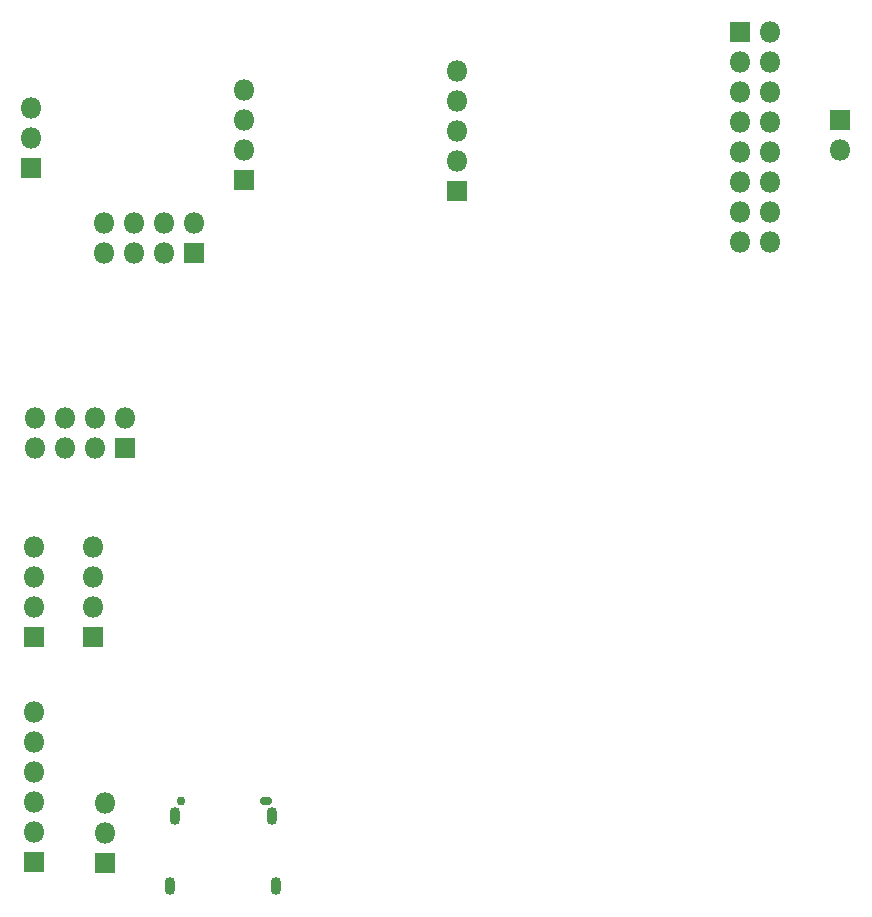
<source format=gbr>
%TF.GenerationSoftware,KiCad,Pcbnew,5.1.6*%
%TF.CreationDate,2020-07-08T20:14:41-07:00*%
%TF.ProjectId,plant_station,706c616e-745f-4737-9461-74696f6e2e6b,rev?*%
%TF.SameCoordinates,Original*%
%TF.FileFunction,Soldermask,Bot*%
%TF.FilePolarity,Negative*%
%FSLAX46Y46*%
G04 Gerber Fmt 4.6, Leading zero omitted, Abs format (unit mm)*
G04 Created by KiCad (PCBNEW 5.1.6) date 2020-07-08 20:14:41*
%MOMM*%
%LPD*%
G01*
G04 APERTURE LIST*
%ADD10R,1.800000X1.800000*%
%ADD11O,1.800000X1.800000*%
%ADD12O,0.900000X1.500000*%
%ADD13O,1.050000X0.750000*%
%ADD14C,0.750000*%
G04 APERTURE END LIST*
D10*
%TO.C,J1*%
X77750000Y-48250000D03*
D11*
X77750000Y-45710000D03*
X77750000Y-43170000D03*
X77750000Y-40630000D03*
X77750000Y-38090000D03*
%TD*%
D10*
%TO.C,J2*%
X59750000Y-47250000D03*
D11*
X59750000Y-44710000D03*
X59750000Y-42170000D03*
X59750000Y-39630000D03*
%TD*%
D10*
%TO.C,J3*%
X101750000Y-34750000D03*
D11*
X104290000Y-34750000D03*
X101750000Y-37290000D03*
X104290000Y-37290000D03*
X101750000Y-39830000D03*
X104290000Y-39830000D03*
X101750000Y-42370000D03*
X104290000Y-42370000D03*
X101750000Y-44910000D03*
X104290000Y-44910000D03*
X101750000Y-47450000D03*
X104290000Y-47450000D03*
X101750000Y-49990000D03*
X104290000Y-49990000D03*
X101750000Y-52530000D03*
X104290000Y-52530000D03*
%TD*%
D10*
%TO.C,J4*%
X110250000Y-42250000D03*
D11*
X110250000Y-44790000D03*
%TD*%
D10*
%TO.C,J5*%
X41750000Y-46250000D03*
D11*
X41750000Y-43710000D03*
X41750000Y-41170000D03*
%TD*%
D10*
%TO.C,BME1*%
X42000000Y-105000000D03*
D11*
X42000000Y-102460000D03*
X42000000Y-99920000D03*
X42000000Y-97380000D03*
X42000000Y-94840000D03*
X42000000Y-92300000D03*
%TD*%
D10*
%TO.C,J6*%
X48000000Y-105080000D03*
D11*
X48000000Y-102540000D03*
X48000000Y-100000000D03*
%TD*%
%TO.C,J7*%
X47880000Y-50960000D03*
X47880000Y-53500000D03*
X50420000Y-50960000D03*
X50420000Y-53500000D03*
X52960000Y-50960000D03*
X52960000Y-53500000D03*
X55500000Y-50960000D03*
D10*
X55500000Y-53500000D03*
%TD*%
%TO.C,J8*%
X49650000Y-70000000D03*
D11*
X49650000Y-67460000D03*
X47110000Y-70000000D03*
X47110000Y-67460000D03*
X44570000Y-70000000D03*
X44570000Y-67460000D03*
X42030000Y-70000000D03*
X42030000Y-67460000D03*
%TD*%
D10*
%TO.C,J9*%
X47000000Y-86000000D03*
D11*
X47000000Y-83460000D03*
X47000000Y-80920000D03*
X47000000Y-78380000D03*
%TD*%
%TO.C,J10*%
X42000000Y-78380000D03*
X42000000Y-80920000D03*
X42000000Y-83460000D03*
D10*
X42000000Y-86000000D03*
%TD*%
D12*
%TO.C,P1*%
X53870000Y-101140000D03*
X62130000Y-101140000D03*
X62490000Y-107090000D03*
X53510000Y-107090000D03*
D13*
X61600000Y-99890000D03*
D14*
X54400000Y-99890000D03*
%TD*%
M02*

</source>
